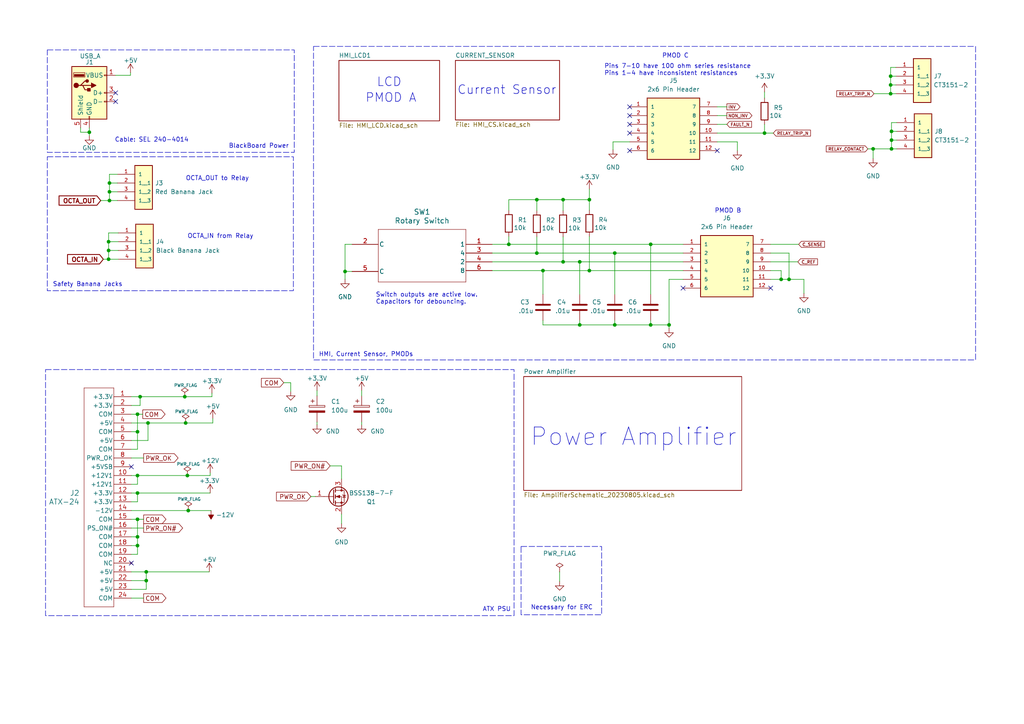
<source format=kicad_sch>
(kicad_sch (version 20230121) (generator eeschema)
  (paper "A4")
  (lib_symbols
    (symbol "2023-06-14_01-00-29:221AMC10R" (pin_names (offset 0.254))
      (property "Reference" "SW1" (at 20.32 10.16 0))
      (property "Value" "Rotary Switch" (at 20.32 7.62 0))
      (symbol "221AMC10R_0_1"
        (polyline (pts (xy 7.62 -10.16) (xy 33.02 -10.16)) (stroke (width 0.127)))
        (polyline (pts (xy 7.62 5.08) (xy 7.62 -10.16)) (stroke (width 0.127)))
        (polyline (pts (xy 33.02 -10.16) (xy 33.02 5.08)) (stroke (width 0.127)))
        (polyline (pts (xy 33.02 5.08) (xy 7.62 5.08)) (stroke (width 0.127)))
        (pin unspecified line (at 40.64 0.762 180) (length 7.62) (name "1") (number "1"))
        (pin unspecified line (at 40.64 -4.318 180) (length 7.62) (name "2") (number "4"))
      )
      (symbol "221AMC10R_1_1"
        (pin unspecified line (at 0 0.762 0) (length 7.62) (name "C") (number "2"))
        (pin unspecified line (at 40.64 -1.778 180) (length 7.62) (name "4") (number "3"))
        (pin unspecified line (at 0 -7.112 0) (length 7.62) (name "C") (number "5"))
        (pin unspecified line (at 40.64 -6.858 180) (length 7.62) (name "8") (number "6"))
      )
    )
    (symbol "ATX-24:39291247" (pin_names (offset 0.254))
      (property "Reference" "J2" (at 14.986 -27.94 0))
      (property "Value" "ATX-24" (at 14.986 -30.48 0))
      (symbol "39291247_1_1"
        (polyline (pts (xy 5.08 -60.96) (xy 13.716 -60.96)) (stroke (width 0.127)))
        (polyline (pts (xy 5.08 2.54) (xy 5.08 -60.96)) (stroke (width 0.127)))
        (polyline (pts (xy 13.716 -60.96) (xy 13.716 2.54)) (stroke (width 0.127)))
        (polyline (pts (xy 13.716 2.54) (xy 5.08 2.54)) (stroke (width 0.127)))
        (pin passive line (at 0 0 0) (length 5.08) (name "+3.3V") (number "1"))
        (pin passive line (at 0 -22.86 0) (length 5.08) (name "+12V1") (number "10"))
        (pin passive line (at 0 -25.4 0) (length 5.08) (name "+12V1") (number "11"))
        (pin passive line (at 0 -27.94 0) (length 5.08) (name "+3.3V") (number "12"))
        (pin passive line (at 0 -30.48 0) (length 5.08) (name "+3.3V") (number "13"))
        (pin passive line (at 0 -33.02 0) (length 5.08) (name "-12V") (number "14"))
        (pin passive line (at 0 -35.56 0) (length 5.08) (name "COM") (number "15"))
        (pin open_collector line (at 0 -38.1 0) (length 5.08) (name "PS_ON#") (number "16"))
        (pin passive line (at 0 -40.64 0) (length 5.08) (name "COM") (number "17"))
        (pin passive line (at 0 -43.18 0) (length 5.08) (name "COM") (number "18"))
        (pin passive line (at 0 -45.72 0) (length 5.08) (name "COM") (number "19"))
        (pin passive line (at 0 -2.54 0) (length 5.08) (name "+3.3V") (number "2"))
        (pin no_connect line (at 0 -48.26 0) (length 5.08) (name "NC") (number "20"))
        (pin passive line (at 0 -50.8 0) (length 5.08) (name "+5V") (number "21"))
        (pin passive line (at 0 -53.34 0) (length 5.08) (name "+5V") (number "22"))
        (pin passive line (at 0 -55.88 0) (length 5.08) (name "+5V") (number "23"))
        (pin passive line (at 0 -58.42 0) (length 5.08) (name "COM") (number "24"))
        (pin passive line (at 0 -5.08 0) (length 5.08) (name "COM") (number "3"))
        (pin passive line (at 0 -7.62 0) (length 5.08) (name "+5V") (number "4"))
        (pin passive line (at 0 -10.16 0) (length 5.08) (name "COM") (number "5"))
        (pin passive line (at 0 -12.7 0) (length 5.08) (name "+5V") (number "6"))
        (pin passive line (at 0 -15.24 0) (length 5.08) (name "COM") (number "7"))
        (pin passive line (at 0 -17.78 0) (length 5.08) (name "PWR_OK") (number "8"))
        (pin passive line (at 0 -20.32 0) (length 5.08) (name "+5VSB") (number "9"))
      )
    )
    (symbol "CT3151-2:CT3151-2" (pin_names (offset 1.016))
      (property "Reference" "J" (at -2.54 3.81 0))
      (property "Value" "CT3151-2" (at -2.54 -12.7 0))
      (symbol "CT3151-2_0_0"
        (rectangle (start -2.54 -10.16) (end 2.54 2.54) (stroke (width 0.254)) (fill (type background)))
        (pin passive line (at -7.62 0 0) (length 5.08) (name "1") (number "1"))
        (pin passive line (at -7.62 -2.54 0) (length 5.08) (name "1__1") (number "2"))
        (pin passive line (at -7.62 -5.08 0) (length 5.08) (name "1__2") (number "3"))
        (pin passive line (at -7.62 -7.62 0) (length 5.08) (name "1__3") (number "4"))
      )
    )
    (symbol "Connector:USB_A" (pin_names (offset 1.016))
      (property "Reference" "J" (at -5.08 11.43 0))
      (property "Value" "USB_A" (at -5.08 8.89 0))
      (symbol "USB_A_0_1"
        (rectangle (start -5.08 -7.62) (end 5.08 7.62) (stroke (width 0.254)) (fill (type background)))
        (circle (center -3.81 2.159) (radius 0.635) (stroke (width 0.254)) (fill (type outline)))
        (rectangle (start -1.524 4.826) (end -4.318 5.334) (fill (type outline)))
        (rectangle (start -1.27 4.572) (end -4.572 5.842))
        (circle (center -0.635 3.429) (radius 0.381) (stroke (width 0.254)) (fill (type outline)))
        (rectangle (start -0.127 -7.62) (end 0.127 -6.858))
        (polyline (pts (xy -3.175 2.159) (xy -2.54 2.159) (xy -1.27 3.429) (xy -0.635 3.429)) (stroke (width 0.254)))
        (polyline (pts (xy -2.54 2.159) (xy -1.905 2.159) (xy -1.27 0.889) (xy 0 0.889)) (stroke (width 0.254)))
        (polyline (pts (xy 0.635 2.794) (xy 0.635 1.524) (xy 1.905 2.159) (xy 0.635 2.794)) (stroke (width 0.254)) (fill (type outline)))
        (rectangle (start 0.254 1.27) (end -0.508 0.508) (stroke (width 0.254)) (fill (type outline)))
        (rectangle (start 5.08 -2.667) (end 4.318 -2.413))
        (rectangle (start 5.08 -0.127) (end 4.318 0.127))
        (rectangle (start 5.08 4.953) (end 4.318 5.207))
      )
      (symbol "USB_A_1_1"
        (polyline (pts (xy -1.905 2.159) (xy 0.635 2.159)) (stroke (width 0.254)))
        (pin power_in line (at 7.62 5.08 180) (length 2.54) (name "VBUS") (number "1"))
        (pin bidirectional line (at 7.62 -2.54 180) (length 2.54) (name "D-") (number "2"))
        (pin bidirectional line (at 7.62 0 180) (length 2.54) (name "D+") (number "3"))
        (pin power_in line (at 0 -10.16 90) (length 2.54) (name "GND") (number "4"))
        (pin passive line (at -2.54 -10.16 90) (length 2.54) (name "Shield") (number "5"))
      )
    )
    (symbol "Device:C" (pin_numbers hide) (pin_names (offset 0.254))
      (property "Reference" "C" (at 0.635 2.54 0))
      (property "Value" "C" (at 0.635 -2.54 0))
      (symbol "C_0_1"
        (polyline (pts (xy -2.032 -0.762) (xy 2.032 -0.762)) (stroke (width 0.508)))
        (polyline (pts (xy -2.032 0.762) (xy 2.032 0.762)) (stroke (width 0.508)))
      )
      (symbol "C_1_1"
        (pin passive line (at 0 3.81 270) (length 2.794) (name "~") (number "1"))
        (pin passive line (at 0 -3.81 90) (length 2.794) (name "~") (number "2"))
      )
    )
    (symbol "Device:C_Polarized" (pin_numbers hide) (pin_names (offset 0.254))
      (property "Reference" "C" (at 0.635 2.54 0))
      (property "Value" "C_Polarized" (at 0.635 -2.54 0))
      (symbol "C_Polarized_0_1"
        (rectangle (start -2.286 0.508) (end 2.286 1.016))
        (polyline (pts (xy -1.778 2.286) (xy -0.762 2.286)))
        (polyline (pts (xy -1.27 2.794) (xy -1.27 1.778)))
        (rectangle (start 2.286 -0.508) (end -2.286 -1.016) (fill (type outline)))
      )
      (symbol "C_Polarized_1_1"
        (pin passive line (at 0 3.81 270) (length 2.794) (name "~") (number "1"))
        (pin passive line (at 0 -3.81 90) (length 2.794) (name "~") (number "2"))
      )
    )
    (symbol "Device:R" (pin_numbers hide) (pin_names (offset 0))
      (property "Reference" "R" (at 2.032 0 90))
      (property "Value" "R" (at 0 0 90))
      (symbol "R_0_1"
        (rectangle (start -1.016 -2.54) (end 1.016 2.54) (stroke (width 0.254)))
      )
      (symbol "R_1_1"
        (pin passive line (at 0 3.81 270) (length 1.27) (name "~") (number "1"))
        (pin passive line (at 0 -3.81 90) (length 1.27) (name "~") (number "2"))
      )
    )
    (symbol "SFMC-106-L2-L-D_2" (pin_names (offset 1.016))
      (property "Reference" "J5" (at 0 15.24 0))
      (property "Value" "2x6 Pin Header" (at 0 12.7 0))
      (symbol "SFMC-106-L2-L-D_2_0_0"
        (rectangle (start -7.62 10.16) (end 7.62 -7.62) (stroke (width 0.254)) (fill (type background)))
      )
      (symbol "SFMC-106-L2-L-D_2_1_0"
        (pin passive line (at -12.7 7.62 0) (length 5.08) (name "1") (number "1"))
        (pin passive line (at 12.7 0 180) (length 5.08) (name "10") (number "10"))
        (pin passive line (at 12.7 -2.54 180) (length 5.08) (name "11") (number "11"))
        (pin passive line (at 12.7 -5.08 180) (length 5.08) (name "12") (number "12"))
        (pin passive line (at -12.7 5.08 0) (length 5.08) (name "2") (number "2"))
        (pin passive line (at -12.7 2.54 0) (length 5.08) (name "3") (number "3"))
        (pin passive line (at -12.7 0 0) (length 5.08) (name "4") (number "4"))
        (pin passive line (at -12.7 -2.54 0) (length 5.08) (name "5") (number "5"))
        (pin passive line (at -12.7 -5.08 0) (length 5.08) (name "6") (number "6"))
        (pin passive line (at 12.7 7.62 180) (length 5.08) (name "7") (number "7"))
        (pin passive line (at 12.7 5.08 180) (length 5.08) (name "8") (number "8"))
        (pin passive line (at 12.7 2.54 180) (length 5.08) (name "9") (number "9"))
      )
    )
    (symbol "Transistor_FET:BSS138" (pin_names hide)
      (property "Reference" "Q" (at 5.08 1.905 0))
      (property "Value" "BSS138" (at 5.08 0 0))
      (symbol "BSS138_0_1"
        (polyline (pts (xy 0.254 0) (xy -2.54 0)))
        (polyline (pts (xy 0.254 1.905) (xy 0.254 -1.905)) (stroke (width 0.254)))
        (polyline (pts (xy 0.762 -1.27) (xy 0.762 -2.286)) (stroke (width 0.254)))
        (polyline (pts (xy 0.762 0.508) (xy 0.762 -0.508)) (stroke (width 0.254)))
        (polyline (pts (xy 0.762 2.286) (xy 0.762 1.27)) (stroke (width 0.254)))
        (polyline (pts (xy 2.54 2.54) (xy 2.54 1.778)))
        (polyline (pts (xy 2.54 -2.54) (xy 2.54 0) (xy 0.762 0)))
        (polyline (pts (xy 0.762 -1.778) (xy 3.302 -1.778) (xy 3.302 1.778) (xy 0.762 1.778)))
        (polyline (pts (xy 1.016 0) (xy 2.032 0.381) (xy 2.032 -0.381) (xy 1.016 0)) (fill (type outline)))
        (polyline (pts (xy 2.794 0.508) (xy 2.921 0.381) (xy 3.683 0.381) (xy 3.81 0.254)))
        (polyline (pts (xy 3.302 0.381) (xy 2.921 -0.254) (xy 3.683 -0.254) (xy 3.302 0.381)))
        (circle (center 1.651 0) (radius 2.794) (stroke (width 0.254)))
        (circle (center 2.54 -1.778) (radius 0.254) (fill (type outline)))
        (circle (center 2.54 1.778) (radius 0.254) (fill (type outline)))
      )
      (symbol "BSS138_1_1"
        (pin input line (at -5.08 0 0) (length 2.54) (name "G") (number "1"))
        (pin passive line (at 2.54 -5.08 90) (length 2.54) (name "S") (number "2"))
        (pin passive line (at 2.54 5.08 270) (length 2.54) (name "D") (number "3"))
      )
    )
    (symbol "power:+12V" (power) (pin_names (offset 0))
      (property "Value" "+12V" (at 0 3.556 0))
      (symbol "+12V_0_1"
        (polyline (pts (xy -0.762 1.27) (xy 0 2.54)))
        (polyline (pts (xy 0 0) (xy 0 2.54)))
        (polyline (pts (xy 0 2.54) (xy 0.762 1.27)))
      )
      (symbol "+12V_1_1"
        (pin power_in line (at 0 0 90) (length 0) hide (name "+12V") (number "1"))
      )
    )
    (symbol "power:+3.3V" (power) (pin_names (offset 0))
      (property "Value" "+3.3V" (at 0 3.556 0))
      (symbol "+3.3V_0_1"
        (polyline (pts (xy -0.762 1.27) (xy 0 2.54)))
        (polyline (pts (xy 0 0) (xy 0 2.54)))
        (polyline (pts (xy 0 2.54) (xy 0.762 1.27)))
      )
      (symbol "+3.3V_1_1"
        (pin power_in line (at 0 0 90) (length 0) hide (name "+3.3V") (number "1"))
      )
    )
    (symbol "power:+5V" (power) (pin_names (offset 0))
      (property "Value" "+5V" (at 0 3.556 0))
      (symbol "+5V_0_1"
        (polyline (pts (xy -0.762 1.27) (xy 0 2.54)))
        (polyline (pts (xy 0 0) (xy 0 2.54)))
        (polyline (pts (xy 0 2.54) (xy 0.762 1.27)))
      )
      (symbol "+5V_1_1"
        (pin power_in line (at 0 0 90) (length 0) hide (name "+5V") (number "1"))
      )
    )
    (symbol "power:-12V" (power) (pin_names (offset 0))
      (property "Value" "-12V" (at 0 3.81 0))
      (symbol "-12V_0_0"
        (pin power_in line (at 0 0 90) (length 0) hide (name "-12V") (number "1"))
      )
      (symbol "-12V_0_1"
        (polyline (pts (xy 0 0) (xy 0 1.27) (xy 0.762 1.27) (xy 0 2.54) (xy -0.762 1.27) (xy 0 1.27)) (fill (type outline)))
      )
    )
    (symbol "power:GND" (power) (pin_names (offset 0))
      (property "Value" "GND" (at 0 -3.81 0))
      (symbol "GND_0_1"
        (polyline (pts (xy 0 0) (xy 0 -1.27) (xy 1.27 -1.27) (xy 0 -2.54) (xy -1.27 -1.27) (xy 0 -1.27)))
      )
      (symbol "GND_1_1"
        (pin power_in line (at 0 0 270) (length 0) hide (name "GND") (number "1"))
      )
    )
    (symbol "power:PWR_FLAG" (power) (pin_numbers hide) (pin_names (offset 0) hide)
      (property "Value" "PWR_FLAG" (at 0 3.81 0))
      (symbol "PWR_FLAG_0_0"
        (pin power_out line (at 0 0 90) (length 0) (name "pwr") (number "1"))
      )
      (symbol "PWR_FLAG_0_1"
        (polyline (pts (xy 0 0) (xy 0 1.27) (xy -1.016 1.905) (xy 0 2.54) (xy 1.016 1.905) (xy 0 1.27)))
      )
    )
  )
  (junction (at 31.496 72.644))
  (junction (at 100.076 78.74))
  (junction (at 170.942 78.486))
  (junction (at 155.702 57.912))
  (junction (at 31.75 55.626))
  (junction (at 155.702 73.406))
  (junction (at 258.318 27.178))
  (junction (at 39.878 158.242))
  (junction (at 226.568 81.026))
  (junction (at 39.878 143.002))
  (junction (at 25.908 38.354))
  (junction (at 168.148 75.946))
  (junction (at 170.942 57.912))
  (junction (at 178.308 94.234))
  (junction (at 39.878 137.922))
  (junction (at 258.318 22.098))
  (junction (at 163.322 75.946))
  (junction (at 39.878 150.622))
  (junction (at 42.418 168.402))
  (junction (at 221.742 38.608))
  (junction (at 31.75 58.166))
  (junction (at 54.356 137.922))
  (junction (at 188.722 70.866))
  (junction (at 258.572 43.18))
  (junction (at 39.878 120.142))
  (junction (at 258.572 38.1))
  (junction (at 39.878 125.222))
  (junction (at 31.75 53.086))
  (junction (at 147.574 70.866))
  (junction (at 39.878 155.702))
  (junction (at 42.418 165.862))
  (junction (at 228.854 81.026))
  (junction (at 40.64 115.062))
  (junction (at 42.926 122.682))
  (junction (at 188.722 94.234))
  (junction (at 157.48 78.486))
  (junction (at 194.056 94.234))
  (junction (at 31.496 70.104))
  (junction (at 54.61 148.082))
  (junction (at 253.238 43.18))
  (junction (at 163.322 57.912))
  (junction (at 31.496 75.184))
  (junction (at 178.308 73.406))
  (junction (at 258.318 24.638))
  (junction (at 258.572 40.64))
  (junction (at 53.594 115.062))
  (junction (at 53.848 122.682))
  (junction (at 168.148 94.234))
  (no_connect (at 208.026 43.688))
  (no_connect (at 33.528 29.464))
  (no_connect (at 182.626 36.068))
  (no_connect (at 182.626 30.988))
  (no_connect (at 223.52 83.566))
  (no_connect (at 33.528 26.924))
  (no_connect (at 38.1 163.322))
  (no_connect (at 182.626 38.608))
  (no_connect (at 198.12 83.566))
  (no_connect (at 182.626 33.528))
  (no_connect (at 182.626 43.688))
  (no_connect (at 38.1 135.382))
  (wire (pts (xy 91.948 122.428) (xy 91.948 123.19)))
  (wire (pts (xy 228.854 81.026) (xy 233.172 81.026)))
  (wire (pts (xy 29.21 58.166) (xy 31.75 58.166)))
  (wire (pts (xy 163.322 57.912) (xy 170.942 57.912)))
  (wire (pts (xy 38.1 125.222) (xy 39.878 125.222)))
  (wire (pts (xy 39.878 150.622) (xy 41.656 150.622)))
  (wire (pts (xy 157.48 92.964) (xy 157.48 94.234)))
  (wire (pts (xy 31.75 55.626) (xy 31.75 58.166)))
  (wire (pts (xy 38.1 165.862) (xy 42.418 165.862)))
  (wire (pts (xy 38.1 145.542) (xy 39.878 145.542)))
  (wire (pts (xy 178.308 73.406) (xy 178.308 85.344)))
  (wire (pts (xy 84.328 110.998) (xy 84.328 113.538)))
  (wire (pts (xy 163.322 75.946) (xy 168.148 75.946)))
  (wire (pts (xy 34.036 50.546) (xy 31.75 50.546)))
  (wire (pts (xy 61.468 114.046) (xy 61.468 115.062)))
  (wire (pts (xy 100.076 78.74) (xy 100.076 81.026)))
  (wire (pts (xy 251.714 43.18) (xy 253.238 43.18)))
  (wire (pts (xy 208.026 33.528) (xy 210.82 33.528)))
  (wire (pts (xy 226.568 81.026) (xy 228.854 81.026)))
  (wire (pts (xy 34.036 53.086) (xy 31.75 53.086)))
  (wire (pts (xy 155.702 57.912) (xy 163.322 57.912)))
  (wire (pts (xy 104.902 113.284) (xy 104.902 114.808)))
  (wire (pts (xy 34.29 67.564) (xy 31.496 67.564)))
  (wire (pts (xy 61.722 121.412) (xy 61.722 122.682)))
  (wire (pts (xy 38.1 143.002) (xy 39.878 143.002)))
  (wire (pts (xy 37.846 21.082) (xy 37.846 21.844)))
  (wire (pts (xy 31.496 72.644) (xy 31.496 75.184)))
  (wire (pts (xy 142.748 73.406) (xy 155.702 73.406)))
  (wire (pts (xy 25.908 37.084) (xy 25.908 38.354)))
  (wire (pts (xy 259.842 19.558) (xy 258.318 19.558)))
  (wire (pts (xy 188.722 92.964) (xy 188.722 94.234)))
  (wire (pts (xy 223.52 70.866) (xy 231.648 70.866)))
  (wire (pts (xy 142.748 78.486) (xy 157.48 78.486)))
  (wire (pts (xy 258.318 27.178) (xy 259.842 27.178)))
  (wire (pts (xy 168.148 75.946) (xy 198.12 75.946)))
  (wire (pts (xy 188.722 94.234) (xy 194.056 94.234)))
  (wire (pts (xy 39.878 160.782) (xy 39.878 158.242)))
  (wire (pts (xy 42.926 122.682) (xy 53.848 122.682)))
  (wire (pts (xy 142.748 70.866) (xy 147.574 70.866)))
  (wire (pts (xy 39.878 125.222) (xy 39.878 130.302)))
  (wire (pts (xy 258.572 35.56) (xy 258.572 38.1)))
  (wire (pts (xy 168.148 92.964) (xy 168.148 94.234)))
  (wire (pts (xy 163.322 68.707) (xy 163.322 75.946)))
  (wire (pts (xy 38.1 140.462) (xy 39.878 140.462)))
  (wire (pts (xy 39.878 120.142) (xy 41.402 120.142)))
  (wire (pts (xy 208.026 30.988) (xy 210.82 30.988)))
  (wire (pts (xy 157.48 78.486) (xy 157.48 85.344)))
  (wire (pts (xy 42.418 168.402) (xy 42.418 170.942)))
  (wire (pts (xy 259.842 24.638) (xy 258.318 24.638)))
  (wire (pts (xy 42.418 165.862) (xy 42.418 168.402)))
  (wire (pts (xy 162.306 165.862) (xy 162.306 168.656)))
  (wire (pts (xy 253.492 27.178) (xy 258.318 27.178)))
  (wire (pts (xy 260.096 38.1) (xy 258.572 38.1)))
  (wire (pts (xy 100.076 70.866) (xy 100.076 78.74)))
  (wire (pts (xy 95.758 135.128) (xy 99.06 135.128)))
  (wire (pts (xy 39.878 155.702) (xy 39.878 158.242)))
  (wire (pts (xy 223.52 81.026) (xy 226.568 81.026)))
  (wire (pts (xy 38.1 120.142) (xy 39.878 120.142)))
  (wire (pts (xy 155.702 57.912) (xy 155.702 61.087)))
  (wire (pts (xy 194.056 95.25) (xy 194.056 94.234)))
  (wire (pts (xy 223.52 73.406) (xy 228.854 73.406)))
  (wire (pts (xy 208.026 36.068) (xy 210.82 36.068)))
  (wire (pts (xy 54.356 137.922) (xy 60.96 137.922)))
  (wire (pts (xy 38.1 170.942) (xy 42.418 170.942)))
  (wire (pts (xy 38.1 150.622) (xy 39.878 150.622)))
  (wire (pts (xy 147.574 68.6054) (xy 147.574 70.866)))
  (wire (pts (xy 31.496 75.184) (xy 34.29 75.184)))
  (wire (pts (xy 38.1 158.242) (xy 39.878 158.242)))
  (wire (pts (xy 39.878 143.002) (xy 60.96 143.002)))
  (wire (pts (xy 40.64 115.062) (xy 53.594 115.062)))
  (wire (pts (xy 31.75 53.086) (xy 31.75 55.626)))
  (wire (pts (xy 194.056 94.234) (xy 194.056 81.026)))
  (wire (pts (xy 221.742 26.67) (xy 221.742 28.448)))
  (wire (pts (xy 226.568 78.486) (xy 226.568 81.026)))
  (wire (pts (xy 39.878 140.462) (xy 39.878 137.922)))
  (wire (pts (xy 38.1 173.482) (xy 41.656 173.482)))
  (wire (pts (xy 90.17 144.018) (xy 91.44 144.018)))
  (wire (pts (xy 60.96 137.922) (xy 60.96 137.16)))
  (wire (pts (xy 260.096 35.56) (xy 258.572 35.56)))
  (wire (pts (xy 258.572 38.1) (xy 258.572 40.64)))
  (wire (pts (xy 38.1 122.682) (xy 42.926 122.682)))
  (wire (pts (xy 31.75 55.626) (xy 34.036 55.626)))
  (wire (pts (xy 258.572 43.18) (xy 260.096 43.18)))
  (wire (pts (xy 233.172 81.026) (xy 233.172 85.09)))
  (wire (pts (xy 23.368 38.354) (xy 25.908 38.354)))
  (wire (pts (xy 38.1 132.842) (xy 41.656 132.842)))
  (wire (pts (xy 208.026 38.608) (xy 221.742 38.608)))
  (wire (pts (xy 91.948 113.284) (xy 91.948 114.808)))
  (wire (pts (xy 170.942 57.912) (xy 170.942 60.96)))
  (wire (pts (xy 99.06 135.128) (xy 99.06 138.938)))
  (wire (pts (xy 38.1 168.402) (xy 42.418 168.402)))
  (wire (pts (xy 221.742 38.608) (xy 224.282 38.608)))
  (wire (pts (xy 31.496 70.104) (xy 31.496 72.644)))
  (wire (pts (xy 82.296 110.998) (xy 84.328 110.998)))
  (wire (pts (xy 39.878 120.142) (xy 39.878 125.222)))
  (wire (pts (xy 42.418 165.862) (xy 60.706 165.862)))
  (wire (pts (xy 39.878 137.922) (xy 54.356 137.922)))
  (wire (pts (xy 194.056 81.026) (xy 198.12 81.026)))
  (wire (pts (xy 38.1 117.602) (xy 40.64 117.602)))
  (wire (pts (xy 188.722 70.866) (xy 188.722 85.344)))
  (wire (pts (xy 38.1 148.082) (xy 54.61 148.082)))
  (wire (pts (xy 38.1 115.062) (xy 40.64 115.062)))
  (wire (pts (xy 170.942 54.864) (xy 170.942 57.912)))
  (wire (pts (xy 38.1 127.762) (xy 42.926 127.762)))
  (wire (pts (xy 182.626 41.148) (xy 177.8 41.148)))
  (wire (pts (xy 168.148 94.234) (xy 178.308 94.234)))
  (wire (pts (xy 258.318 22.098) (xy 258.318 24.638)))
  (wire (pts (xy 53.848 122.682) (xy 61.722 122.682)))
  (wire (pts (xy 39.878 145.542) (xy 39.878 143.002)))
  (wire (pts (xy 53.594 115.062) (xy 61.468 115.062)))
  (wire (pts (xy 168.148 75.946) (xy 168.148 85.344)))
  (wire (pts (xy 142.748 75.946) (xy 163.322 75.946)))
  (wire (pts (xy 147.574 70.866) (xy 188.722 70.866)))
  (wire (pts (xy 102.108 70.866) (xy 100.076 70.866)))
  (wire (pts (xy 40.64 117.602) (xy 40.64 115.062)))
  (wire (pts (xy 177.8 41.148) (xy 177.8 43.434)))
  (wire (pts (xy 223.52 75.946) (xy 231.394 75.946)))
  (wire (pts (xy 258.318 24.638) (xy 258.318 27.178)))
  (wire (pts (xy 155.702 73.406) (xy 178.308 73.406)))
  (wire (pts (xy 34.29 72.644) (xy 31.496 72.644)))
  (wire (pts (xy 157.48 94.234) (xy 168.148 94.234)))
  (wire (pts (xy 99.06 149.098) (xy 99.06 151.892)))
  (wire (pts (xy 188.722 70.866) (xy 198.12 70.866)))
  (wire (pts (xy 213.868 41.148) (xy 213.868 43.688)))
  (wire (pts (xy 178.308 92.964) (xy 178.308 94.234)))
  (wire (pts (xy 54.61 148.082) (xy 61.214 148.082)))
  (wire (pts (xy 221.742 38.608) (xy 221.742 36.068)))
  (wire (pts (xy 31.496 67.564) (xy 31.496 70.104)))
  (wire (pts (xy 157.48 78.486) (xy 170.942 78.486)))
  (wire (pts (xy 147.574 57.912) (xy 155.702 57.912)))
  (wire (pts (xy 39.878 150.622) (xy 39.878 155.702)))
  (wire (pts (xy 38.1 130.302) (xy 39.878 130.302)))
  (wire (pts (xy 208.026 41.148) (xy 213.868 41.148)))
  (wire (pts (xy 42.926 122.682) (xy 42.926 127.762)))
  (wire (pts (xy 170.942 68.58) (xy 170.942 78.486)))
  (wire (pts (xy 29.972 75.184) (xy 31.496 75.184)))
  (wire (pts (xy 170.942 78.486) (xy 198.12 78.486)))
  (wire (pts (xy 100.076 78.74) (xy 102.108 78.74)))
  (wire (pts (xy 253.238 43.18) (xy 258.572 43.18)))
  (wire (pts (xy 178.308 73.406) (xy 198.12 73.406)))
  (wire (pts (xy 38.1 153.162) (xy 41.656 153.162)))
  (wire (pts (xy 104.902 122.428) (xy 104.902 123.19)))
  (wire (pts (xy 31.75 58.166) (xy 34.036 58.166)))
  (wire (pts (xy 147.574 57.912) (xy 147.574 60.9854)))
  (wire (pts (xy 25.908 39.37) (xy 25.908 38.354)))
  (wire (pts (xy 163.322 57.912) (xy 163.322 61.087)))
  (wire (pts (xy 38.1 137.922) (xy 39.878 137.922)))
  (wire (pts (xy 259.842 22.098) (xy 258.318 22.098)))
  (wire (pts (xy 38.1 155.702) (xy 39.878 155.702)))
  (wire (pts (xy 23.368 37.084) (xy 23.368 38.354)))
  (wire (pts (xy 258.572 40.64) (xy 258.572 43.18)))
  (wire (pts (xy 253.238 43.18) (xy 253.238 45.974)))
  (wire (pts (xy 155.702 68.707) (xy 155.702 73.406)))
  (wire (pts (xy 38.1 160.782) (xy 39.878 160.782)))
  (wire (pts (xy 223.52 78.486) (xy 226.568 78.486)))
  (wire (pts (xy 178.308 94.234) (xy 188.722 94.234)))
  (wire (pts (xy 258.318 19.558) (xy 258.318 22.098)))
  (wire (pts (xy 31.75 50.546) (xy 31.75 53.086)))
  (wire (pts (xy 37.846 21.844) (xy 33.528 21.844)))
  (wire (pts (xy 34.29 70.104) (xy 31.496 70.104)))
  (wire (pts (xy 228.854 73.406) (xy 228.854 81.026)))
  (wire (pts (xy 260.096 40.64) (xy 258.572 40.64)))
  (rectangle (start 90.932 13.462) (end 282.956 104.394) (stroke (width 0) (type dash)))
  (rectangle (start 13.716 14.478) (end 85.344 44.196) (stroke (width 0) (type dash)))
  (rectangle (start 151.13 158.496) (end 174.498 178.308) (stroke (width 0) (type dash)))
  (rectangle (start 13.208 107.188) (end 149.098 178.562) (stroke (width 0) (type dash)))
  (rectangle (start 13.716 45.466) (end 85.09 84.328) (stroke (width 0) (type dash)))
  (text "Switch outputs are active low.\nCapacitors for debouncing." (at 108.966 88.392 0) (effects (font (size 1.27 1.27)) (justify left bottom)))
  (text "HMI, Current Sensor, PMODs" (at 92.456 103.632 0) (effects (font (size 1.27 1.27)) (justify left bottom)))
  (text "OCTA_IN from Relay\n" (at 54.356 69.342 0) (effects (font (size 1.27 1.27)) (justify left bottom)))
  (text "BlackBoard Power\n" (at 83.82 43.18 0) (effects (font (size 1.27 1.27)) (justify right bottom)))
  (text "Safety Banana Jacks\n" (at 35.56 83.312 0) (effects (font (size 1.27 1.27)) (justify right bottom)))
  (text "Necessary for ERC\n" (at 153.924 177.038 0) (effects (font (size 1.27 1.27)) (justify left bottom)))
  (text "OCTA_OUT to Relay" (at 53.848 52.578 0) (effects (font (size 1.27 1.27)) (justify left bottom)))
  (text "PMOD A" (at 105.918 29.972 0) (effects (font (size 2.54 2.54)) (justify left bottom)))
  (text "Pins 7-10 have 100 ohm series resistance\nPins 1-4 have inconsistent resistances\n" (at 175.26 22.098 0) (effects (font (size 1.27 1.27)) (justify left bottom)))
  (text "Cable: SEL 240-4014" (at 33.274 41.402 0) (effects (font (size 1.27 1.27)) (justify left bottom)))
  (text "PMOD B\n" (at 207.264 61.976 0) (effects (font (size 1.27 1.27)) (justify left bottom)))
  (text "ATX PSU" (at 139.954 177.546 0) (effects (font (size 1.27 1.27)) (justify left bottom)))
  (text "Current Sensor\n" (at 132.588 27.686 0) (effects (font (size 2.54 2.54)) (justify left bottom)))
  (text "Power Amplifier" (at 153.67 129.794 0) (effects (font (size 5.08 5.08)) (justify left bottom)))
  (text "LCD\n" (at 109.22 25.4 0) (effects (font (size 2.54 2.54)) (justify left bottom)))
  (text "PMOD C\n" (at 192.024 17.018 0) (effects (font (size 1.27 1.27)) (justify left bottom)))
  (global_label "OCTA_IN" (shape input) (at 29.972 75.184 180) (effects (font bold)) (property "Intersheetrefs" "${INTERSHEET_REFS}" (effects hide)))
  (global_label "COM" (shape input) (at 82.296 110.998 180) (property "Intersheetrefs" "${INTERSHEET_REFS}" (effects hide)))
  (global_label "FAULT_N" (shape input) (at 210.82 36.068 0) (effects (font (size 0.889 0.889))) (property "Intersheetrefs" "${INTERSHEET_REFS}" (effects hide)))
  (global_label "PWR_OK" (shape output) (at 41.656 132.842 0) (property "Intersheetrefs" "${INTERSHEET_REFS}" (effects hide)))
  (global_label "NON_INV" (shape output) (at 210.82 33.528 0) (effects (font (size 0.889 0.889))) (property "Intersheetrefs" "${INTERSHEET_REFS}" (effects hide)))
  (global_label "COM" (shape output) (at 41.656 173.482 0) (property "Intersheetrefs" "${INTERSHEET_REFS}" (effects hide)))
  (global_label "RELAY_CONTACT" (shape input) (at 251.714 43.18 180) (effects (font (size 0.889 0.889))) (property "Intersheetrefs" "${INTERSHEET_REFS}" (effects hide)))
  (global_label "RELAY_TRIP_N" (shape input) (at 253.492 27.178 180) (effects (font (size 0.889 0.889))) (property "Intersheetrefs" "${INTERSHEET_REFS}" (effects hide)))
  (global_label "PWR_ON#" (shape input) (at 95.758 135.128 180) (property "Intersheetrefs" "${INTERSHEET_REFS}" (effects hide)))
  (global_label "PWR_OK" (shape input) (at 90.17 144.018 180) (property "Intersheetrefs" "${INTERSHEET_REFS}" (effects hide)))
  (global_label "C_SENSE" (shape input) (at 231.648 70.866 0) (effects (font (size 0.889 0.889))) (property "Intersheetrefs" "${INTERSHEET_REFS}" (effects hide)))
  (global_label "COM" (shape output) (at 41.656 150.622 0) (property "Intersheetrefs" "${INTERSHEET_REFS}" (effects hide)))
  (global_label "OCTA_OUT" (shape input) (at 29.21 58.166 180) (effects (font bold)) (property "Intersheetrefs" "${INTERSHEET_REFS}" (effects hide)))
  (global_label "RELAY_TRIP_N" (shape input) (at 224.282 38.608 0) (effects (font (size 0.889 0.889))) (property "Intersheetrefs" "${INTERSHEET_REFS}" (effects hide)))
  (global_label "INV" (shape output) (at 210.82 30.988 0) (effects (font (size 0.889 0.889))) (property "Intersheetrefs" "${INTERSHEET_REFS}" (effects hide)))
  (global_label "COM" (shape output) (at 41.402 120.142 0) (property "Intersheetrefs" "${INTERSHEET_REFS}" (effects hide)))
  (global_label "C_REF" (shape input) (at 231.394 75.946 0) (effects (font (size 0.889 0.889))) (property "Intersheetrefs" "${INTERSHEET_REFS}" (effects hide)))
  (global_label "PWR_ON#" (shape output) (at 41.656 153.162 0) (property "Intersheetrefs" "${INTERSHEET_REFS}" (effects hide)))
  (symbol (lib_id "power:GND") (at 104.902 123.19 0) (unit 1)
    (property "Reference" "#PWR015" (effects hide))
    (property "Value" "GND" (at 107.442 125.095 0) (effects (justify left)))
  )
  (symbol (lib_id "Transistor_FET:BSS138") (at 96.52 144.018 0) (unit 1)
    (property "Reference" "Q1" (at 107.696 145.542 0))
    (property "Value" "BSS138-7-F" (at 107.696 143.002 0))
    (property "Footprint" "Package_TO_SOT_SMD:SOT-23" (effects hide))
    (property "SEL P/N" "326-0338" (effects hide))
    (property "MFG P/N" "BSS138-7-F" (effects hide))
  )
  (symbol (lib_id "Device:R") (at 163.322 64.897 0) (mirror y) (unit 1)
    (property "Reference" "R3" (at 168.656 63.881 0) (effects (justify left)))
    (property "Value" "10k" (at 168.402 66.167 0) (effects (justify left)))
    (property "Footprint" "Resistor_SMD:R_0201_0603Metric" (effects hide))
    (property "SEL P/N" "252-1002" (effects hide))
    (property "MFG P/N" "CRCW060310K0FKEB" (effects hide))
  )
  (symbol (lib_id "power:GND") (at 84.328 113.538 0) (unit 1)
    (property "Reference" "#PWR09" (effects hide))
    (property "Value" "GND" (at 84.328 118.872 0))
  )
  (symbol (lib_id "Device:C") (at 178.308 89.154 0) (unit 1)
    (property "Reference" "C5" (at 171.704 87.63 0) (effects (justify left)))
    (property "Value" ".01u" (at 171.196 90.17 0) (effects (justify left)))
    (property "Footprint" "Capacitor_SMD:C_0805_2012Metric" (effects hide))
    (property "SEL P/N" "406-0345" (effects hide))
    (property "MFG P/N" "C0805C103F5GACTU" (effects hide))
  )
  (symbol (lib_id "power:GND") (at 213.868 43.688 0) (unit 1)
    (property "Reference" "#PWR020" (effects hide))
    (property "Value" "GND" (at 213.868 48.768 0))
  )
  (symbol (lib_id "power:PWR_FLAG") (at 53.848 122.682 0) (unit 1)
    (property "Reference" "#FLG02" (effects hide))
    (property "Value" "PWR_FLAG" (at 54.102 119.38 0) (effects (font (size 0.889 0.889))))
  )
  (symbol (lib_name "SFMC-106-L2-L-D_2") (lib_id "SFMC-106-L2-L-D:SFMC-106-L2-L-D") (at 210.82 78.486 0) (unit 1)
    (property "Reference" "J6" (at 210.82 63.246 0))
    (property "Value" "2x6 Pin Header" (at 210.82 65.786 0))
    (property "Footprint" "Connector_PinHeader_2.54mm:PinHeader_2x06_P2.54mm_Vertical" (effects hide))
    (property "SEL P/N" "090-0708" (effects hide))
    (property "MFG P/N" "HTSW-106-07-S-D" (effects hide))
  )
  (symbol (lib_id "Device:R") (at 170.942 64.77 0) (mirror y) (unit 1)
    (property "Reference" "R4" (at 176.276 63.754 0) (effects (justify left)))
    (property "Value" "10k" (at 176.022 66.04 0) (effects (justify left)))
    (property "Footprint" "Resistor_SMD:R_0201_0603Metric" (effects hide))
    (property "SEL P/N" "252-1002" (effects hide))
    (property "MFG P/N" "CRCW060310K0FKEB" (effects hide))
  )
  (symbol (lib_id "power:+3.3V") (at 61.468 114.046 0) (unit 1)
    (property "Reference" "#PWR07" (effects hide))
    (property "Value" "+3.3V" (at 61.468 110.49 0))
  )
  (symbol (lib_id "power:GND") (at 25.908 39.37 0) (unit 1)
    (property "Reference" "#PWR01" (effects hide))
    (property "Value" "GND" (at 25.908 42.926 0))
  )
  (symbol (lib_id "power:GND") (at 233.172 85.09 0) (unit 1)
    (property "Reference" "#PWR022" (effects hide))
    (property "Value" "GND" (at 233.172 90.17 0))
  )
  (symbol (lib_id "power:-12V") (at 61.214 148.082 180) (unit 1)
    (property "Reference" "#PWR06" (effects hide))
    (property "Value" "-12V" (at 65.278 149.352 0))
  )
  (symbol (lib_id "ATX-24:39291247") (at 38.1 115.062 0) (mirror y) (unit 1)
    (property "Reference" "J2" (at 23.114 143.002 0) (effects (font (size 1.524 1.524)) (justify left)))
    (property "Value" "ATX-24" (at 23.114 145.542 0) (effects (font (size 1.524 1.524)) (justify left)))
    (property "Footprint" "CustomFootprints:CON_39291247" (effects hide))
    (property "SEL P/N" "N/A" (effects hide))
    (property "MFG P/N" "39291247" (effects hide))
  )
  (symbol (lib_id "power:+5V") (at 60.706 165.862 0) (unit 1)
    (property "Reference" "#PWR03" (effects hide))
    (property "Value" "+5V" (at 60.706 162.306 0))
  )
  (symbol (lib_id "CT3151-2:CT3151-2") (at 41.656 50.546 0) (unit 1)
    (property "Reference" "J3" (at 44.958 53.086 0) (effects (justify left)))
    (property "Value" "Red Banana Jack" (at 44.958 55.626 0) (effects (justify left)))
    (property "Footprint" "CustomFootprints:CALTEST_CT3151-2" (effects hide))
    (property "SEL P/N" "N/A" (effects hide))
    (property "MFG P/N" "CT3151-2" (effects hide))
  )
  (symbol (lib_id "2023-06-14_01-00-29:221AMC10R") (at 102.108 71.628 0) (unit 1)
    (property "Reference" "SW1" (at 122.428 61.468 0) (effects (font (size 1.524 1.524))))
    (property "Value" "Rotary Switch" (at 122.428 64.008 0) (effects (font (size 1.524 1.524))))
    (property "Footprint" "CustomFootprints:221AMC16R" (effects hide))
    (property "SEL P/N" "482-0044" (effects hide))
    (property "MFG P/N" "221AMC16R" (effects hide))
  )
  (symbol (lib_id "power:GND") (at 99.06 151.892 0) (unit 1)
    (property "Reference" "#PWR012" (effects hide))
    (property "Value" "GND" (at 99.06 157.226 0))
  )
  (symbol (lib_id "Device:R") (at 221.742 32.258 0) (mirror y) (unit 1)
    (property "Reference" "R5" (at 227.076 31.242 0) (effects (justify left)))
    (property "Value" "10k" (at 226.822 33.528 0) (effects (justify left)))
    (property "Footprint" "Resistor_SMD:R_0201_0603Metric" (effects hide))
    (property "SEL P/N" "252-1002" (effects hide))
    (property "MFG P/N" "CRCW060310K0FKEB" (effects hide))
  )
  (symbol (lib_id "Device:C_Polarized") (at 91.948 118.618 0) (unit 1)
    (property "Reference" "C1" (at 96.012 116.459 0) (effects (justify left)))
    (property "Value" "100u" (at 96.012 118.999 0) (effects (justify left)))
    (property "Footprint" "Capacitor_THT:CP_Radial_D6.3mm_P2.50mm" (effects hide))
    (property "SEL P/N" "040-1108" (effects hide))
    (property "MFG P/N" "ELXZ350ETD101MF15D" (effects hide))
  )
  (symbol (lib_id "Device:C") (at 168.148 89.154 0) (unit 1)
    (property "Reference" "C4" (at 161.544 87.63 0) (effects (justify left)))
    (property "Value" ".01u" (at 161.036 90.17 0) (effects (justify left)))
    (property "Footprint" "Capacitor_SMD:C_0805_2012Metric" (effects hide))
    (property "SEL P/N" "406-0345" (effects hide))
    (property "MFG P/N" "C0805C103F5GACTU" (effects hide))
  )
  (symbol (lib_id "Device:C_Polarized") (at 104.902 118.618 0) (unit 1)
    (property "Reference" "C2" (at 108.966 116.459 0) (effects (justify left)))
    (property "Value" "100u" (at 108.966 118.999 0) (effects (justify left)))
    (property "Footprint" "Capacitor_THT:CP_Radial_D6.3mm_P2.50mm" (effects hide))
    (property "SEL P/N" "040-1108" (effects hide))
    (property "MFG P/N" "ELXZ350ETD101MF15D" (effects hide))
  )
  (symbol (lib_id "Device:R") (at 155.702 64.897 0) (mirror y) (unit 1)
    (property "Reference" "R2" (at 161.036 63.881 0) (effects (justify left)))
    (property "Value" "10k" (at 160.782 66.167 0) (effects (justify left)))
    (property "Footprint" "Resistor_SMD:R_0201_0603Metric" (effects hide))
    (property "SEL P/N" "252-1002" (effects hide))
    (property "MFG P/N" "CRCW060310K0FKEB" (effects hide))
  )
  (symbol (lib_id "power:GND") (at 162.306 168.656 0) (unit 1)
    (property "Reference" "#PWR016" (effects hide))
    (property "Value" "GND" (at 162.306 173.736 0))
  )
  (symbol (lib_id "CT3151-2:CT3151-2") (at 267.462 19.558 0) (unit 1)
    (property "Reference" "J7" (at 270.764 22.098 0) (effects (justify left)))
    (property "Value" "CT3151-2" (at 270.764 24.638 0) (effects (justify left)))
    (property "Footprint" "CustomFootprints:CALTEST_CT3151-2" (effects hide))
    (property "SEL P/N" "N/A" (effects hide))
    (property "MFG P/N" "CT3151-2" (effects hide))
  )
  (symbol (lib_id "power:+12V") (at 60.96 137.16 0) (unit 1)
    (property "Reference" "#PWR04" (effects hide))
    (property "Value" "+12V" (at 60.96 133.604 0))
  )
  (symbol (lib_id "power:GND") (at 194.056 95.25 0) (unit 1)
    (property "Reference" "#PWR019" (effects hide))
    (property "Value" "GND" (at 194.056 100.33 0))
  )
  (symbol (lib_id "CT3151-2:CT3151-2") (at 267.716 35.56 0) (unit 1)
    (property "Reference" "J8" (at 271.018 38.1 0) (effects (justify left)))
    (property "Value" "CT3151-2" (at 271.018 40.64 0) (effects (justify left)))
    (property "Footprint" "CustomFootprints:CALTEST_CT3151-2" (effects hide))
    (property "SEL P/N" "N/A" (effects hide))
    (property "MFG P/N" "CT3151-2" (effects hide))
  )
  (symbol (lib_id "power:PWR_FLAG") (at 162.306 165.862 0) (unit 1)
    (property "Reference" "#FLG05" (effects hide))
    (property "Value" "PWR_FLAG" (at 162.306 160.528 0))
  )
  (symbol (lib_id "Device:C") (at 157.48 89.154 0) (unit 1)
    (property "Reference" "C3" (at 150.876 87.63 0) (effects (justify left)))
    (property "Value" ".01u" (at 150.368 90.17 0) (effects (justify left)))
    (property "Footprint" "Capacitor_SMD:C_0805_2012Metric" (effects hide))
    (property "SEL P/N" "406-0345" (effects hide))
    (property "MFG P/N" "C0805C103F5GACTU" (effects hide))
  )
  (symbol (lib_id "power:GND") (at 253.238 45.974 0) (unit 1)
    (property "Reference" "#PWR023" (effects hide))
    (property "Value" "GND" (at 253.238 51.054 0))
  )
  (symbol (lib_id "Device:R") (at 147.574 64.7954 0) (mirror y) (unit 1)
    (property "Reference" "R1" (at 152.908 63.7794 0) (effects (justify left)))
    (property "Value" "10k" (at 152.654 66.0654 0) (effects (justify left)))
    (property "Footprint" "Resistor_SMD:R_0201_0603Metric" (effects hide))
    (property "SEL P/N" "252-1002" (effects hide))
    (property "MFG P/N" "CRCW060310K0FKEB" (effects hide))
  )
  (symbol (lib_id "power:GND") (at 100.076 81.026 0) (unit 1)
    (property "Reference" "#PWR013" (effects hide))
    (property "Value" "GND" (at 100.076 86.106 0))
  )
  (symbol (lib_id "power:PWR_FLAG") (at 54.61 148.082 0) (unit 1)
    (property "Reference" "#FLG04" (effects hide))
    (property "Value" "PWR_FLAG" (at 54.864 144.78 0) (effects (font (size 0.889 0.889))))
  )
  (symbol (lib_id "power:+3.3V") (at 60.96 143.002 0) (unit 1)
    (property "Reference" "#PWR05" (effects hide))
    (property "Value" "+3.3V" (at 60.706 139.446 0))
  )
  (symbol (lib_id "power:PWR_FLAG") (at 53.594 115.062 0) (unit 1)
    (property "Reference" "#FLG01" (effects hide))
    (property "Value" "PWR_FLAG" (at 53.848 111.76 0) (effects (font (size 0.889 0.889))))
  )
  (symbol (lib_id "power:+5V") (at 104.902 113.284 0) (unit 1)
    (property "Reference" "#PWR014" (effects hide))
    (property "Value" "+5V" (at 104.902 109.728 0))
  )
  (symbol (lib_id "Device:C") (at 188.722 89.154 0) (unit 1)
    (property "Reference" "C6" (at 182.118 87.63 0) (effects (justify left)))
    (property "Value" ".01u" (at 181.61 90.17 0) (effects (justify left)))
    (property "Footprint" "Capacitor_SMD:C_0805_2012Metric" (effects hide))
    (property "SEL P/N" "406-0345" (effects hide))
    (property "MFG P/N" "C0805C103F5GACTU" (effects hide))
  )
  (symbol (lib_id "power:+3.3V") (at 221.742 26.67 0) (unit 1)
    (property "Reference" "#PWR021" (effects hide))
    (property "Value" "+3.3V" (at 221.742 22.098 0))
  )
  (symbol (lib_name "SFMC-106-L2-L-D_2") (lib_id "SFMC-106-L2-L-D:SFMC-106-L2-L-D") (at 195.326 38.608 0) (unit 1)
    (property "Reference" "J5" (at 195.326 23.368 0))
    (property "Value" "2x6 Pin Header" (at 195.326 25.908 0))
    (property "Footprint" "Connector_PinHeader_2.54mm:PinHeader_2x06_P2.54mm_Vertical" (effects hide))
    (property "SEL P/N" "090-0708" (effects hide))
    (property "MFG P/N" "HTSW-106-07-S-D" (effects hide))
  )
  (symbol (lib_id "power:GND") (at 177.8 43.434 0) (unit 1)
    (property "Reference" "#PWR018" (effects hide))
    (property "Value" "GND" (at 177.8 48.514 0))
  )
  (symbol (lib_id "power:PWR_FLAG") (at 54.356 137.922 0) (unit 1)
    (property "Reference" "#FLG03" (effects hide))
    (property "Value" "PWR_FLAG" (at 54.61 134.62 0) (effects (font (size 0.889 0.889))))
  )
  (symbol (lib_id "power:+5V") (at 37.846 21.082 0) (unit 1)
    (property "Reference" "#PWR02" (effects hide))
    (property "Value" "+5V" (at 35.814 17.526 0) (effects (justify left)))
  )
  (symbol (lib_id "Connector:USB_A") (at 25.908 26.924 0) (unit 1)
    (property "Reference" "J1" (at 27.178 18.034 0) (effects (justify right)))
    (property "Value" "USB_A" (at 29.21 16.256 0) (effects (justify right)))
    (property "Footprint" "CustomFootprints:S_USB_006_M14.8x14.9" (effects hide))
    (property "Datasheet" " ~" (effects hide))
    (property "SEL P/N" "420-0094" (effects hide))
    (property "MFG P/N" "KUSBX-SMTAS1NB30TR" (effects hide))
  )
  (symbol (lib_id "power:GND") (at 91.948 123.19 0) (unit 1)
    (property "Reference" "#PWR011" (effects hide))
    (property "Value" "GND" (at 94.488 125.095 0) (effects (justify left)))
  )
  (symbol (lib_id "power:+3.3V") (at 91.948 113.284 0) (unit 1)
    (property "Reference" "#PWR010" (effects hide))
    (property "Value" "+3.3V" (at 91.948 109.728 0))
  )
  (symbol (lib_id "power:+3.3V") (at 170.942 54.864 0) (unit 1)
    (property "Reference" "#PWR017" (effects hide))
    (property "Value" "+3.3V" (at 170.942 51.308 0))
  )
  (symbol (lib_id "power:+5V") (at 61.722 121.412 0) (unit 1)
    (property "Reference" "#PWR08" (effects hide))
    (property "Value" "+5V" (at 61.722 117.856 0))
  )
  (symbol (lib_id "CT3151-2:CT3151-2") (at 41.91 67.564 0) (unit 1)
    (property "Reference" "J4" (at 45.212 70.104 0) (effects (justify left)))
    (property "Value" "Black Banana Jack" (at 45.212 72.644 0) (effects (justify left)))
    (property "Footprint" "CustomFootprints:CALTEST_CT3151-2" (effects hide))
    (property "SEL P/N" "N/A" (effects hide))
    (property "MFG P/N" "CT3151-2" (effects hide))
  )
  (sheet (at 132.08 17.526) (size 30.226 17.272) (stroke (width 0.1524))
    (property "Sheetname" "CURRENT_SENSOR" (at 132.08 16.8144 0) (effects (justify left bottom)))
    (property "Sheetfile" "HMI_CS.kicad_sch" (at 132.08 35.3826 0) (effects (justify left top)))
  )
  (sheet (at 98.298 17.526) (size 29.21 17.526) (stroke (width 0.1524))
    (property "Sheetname" "HMI_LCD1" (at 98.298 16.8144 0) (effects (justify left bottom)))
    (property "Sheetfile" "HMI_LCD.kicad_sch" (at 98.298 35.6366 0) (effects (justify left top)))
  )
  (sheet (at 151.892 109.22) (size 63.246 33.02) (stroke (width 0.1524))
    (property "Sheetname" "Power Amplifier" (at 151.892 108.5084 0) (effects (justify left bottom)))
    (property "Sheetfile" "AmplifierSchematic_20230805.kicad_sch" (at 151.892 142.8246 0) (effects (justify left top)))
  )
)
</source>
